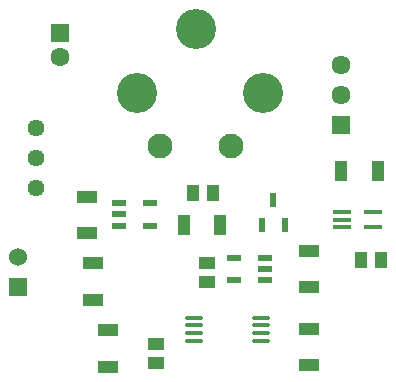
<source format=gbr>
%TF.GenerationSoftware,KiCad,Pcbnew,8.0.5*%
%TF.CreationDate,2025-04-28T09:51:26+02:00*%
%TF.ProjectId,Discharge Controller,44697363-6861-4726-9765-20436f6e7472,rev?*%
%TF.SameCoordinates,Original*%
%TF.FileFunction,Soldermask,Top*%
%TF.FilePolarity,Negative*%
%FSLAX46Y46*%
G04 Gerber Fmt 4.6, Leading zero omitted, Abs format (unit mm)*
G04 Created by KiCad (PCBNEW 8.0.5) date 2025-04-28 09:51:26*
%MOMM*%
%LPD*%
G01*
G04 APERTURE LIST*
G04 Aperture macros list*
%AMRoundRect*
0 Rectangle with rounded corners*
0 $1 Rounding radius*
0 $2 $3 $4 $5 $6 $7 $8 $9 X,Y pos of 4 corners*
0 Add a 4 corners polygon primitive as box body*
4,1,4,$2,$3,$4,$5,$6,$7,$8,$9,$2,$3,0*
0 Add four circle primitives for the rounded corners*
1,1,$1+$1,$2,$3*
1,1,$1+$1,$4,$5*
1,1,$1+$1,$6,$7*
1,1,$1+$1,$8,$9*
0 Add four rect primitives between the rounded corners*
20,1,$1+$1,$2,$3,$4,$5,0*
20,1,$1+$1,$4,$5,$6,$7,0*
20,1,$1+$1,$6,$7,$8,$9,0*
20,1,$1+$1,$8,$9,$2,$3,0*%
G04 Aperture macros list end*
%ADD10R,1.050000X1.800000*%
%ADD11C,2.100000*%
%ADD12C,3.400000*%
%ADD13R,1.470000X1.070000*%
%ADD14RoundRect,0.100000X0.637500X0.100000X-0.637500X0.100000X-0.637500X-0.100000X0.637500X-0.100000X0*%
%ADD15R,1.150000X0.600000*%
%ADD16R,1.800000X1.050000*%
%ADD17R,0.600000X1.300000*%
%ADD18R,1.070000X1.470000*%
%ADD19R,1.610000X1.610000*%
%ADD20C,1.610000*%
%ADD21R,1.530000X1.530000*%
%ADD22C,1.530000*%
%ADD23C,1.440000*%
%ADD24RoundRect,0.100000X-0.650000X-0.100000X0.650000X-0.100000X0.650000X0.100000X-0.650000X0.100000X0*%
%ADD25R,1.600000X1.600000*%
%ADD26C,1.600000*%
G04 APERTURE END LIST*
D10*
%TO.C,R1*%
X183048000Y-67099000D03*
X186148000Y-67099000D03*
%TD*%
D11*
%TO.C,K2*%
X173719500Y-65006500D03*
D12*
X176419500Y-60506500D03*
X170719500Y-55106500D03*
X165719500Y-60506500D03*
D11*
X167719500Y-65006500D03*
%TD*%
D13*
%TO.C,C5*%
X171704000Y-74872000D03*
X171704000Y-76512000D03*
%TD*%
D14*
%TO.C,U3*%
X176260600Y-81502800D03*
X176260600Y-80852800D03*
X176260600Y-80202800D03*
X176260600Y-79552800D03*
X170535600Y-79552800D03*
X170535600Y-80202800D03*
X170535600Y-80852800D03*
X170535600Y-81502800D03*
%TD*%
D15*
%TO.C,G2*%
X176560000Y-76388000D03*
X176560000Y-75438000D03*
X176560000Y-74488000D03*
X173960000Y-74488000D03*
X173960000Y-76388000D03*
%TD*%
D16*
%TO.C,R6*%
X161975800Y-78029400D03*
X161975800Y-74929400D03*
%TD*%
%TO.C,R2*%
X180340000Y-76962000D03*
X180340000Y-73862000D03*
%TD*%
D17*
%TO.C,Q1*%
X176342000Y-71662000D03*
X178242000Y-71662000D03*
X177292000Y-69562000D03*
%TD*%
D18*
%TO.C,C2*%
X186368000Y-74625200D03*
X184728000Y-74625200D03*
%TD*%
D19*
%TO.C,J1*%
X183000000Y-63246000D03*
D20*
X183000000Y-60706000D03*
X183000000Y-58166000D03*
%TD*%
D21*
%TO.C,J3*%
X155702000Y-76962000D03*
D22*
X155702000Y-74422000D03*
%TD*%
D13*
%TO.C,C3*%
X167386000Y-83370000D03*
X167386000Y-81730000D03*
%TD*%
D18*
%TO.C,C4*%
X172140000Y-69000000D03*
X170500000Y-69000000D03*
%TD*%
D15*
%TO.C,G1*%
X164200000Y-69850000D03*
X164200000Y-70800000D03*
X164200000Y-71750000D03*
X166800000Y-71750000D03*
X166800000Y-69850000D03*
%TD*%
D10*
%TO.C,R4*%
X169703732Y-71726311D03*
X172803732Y-71726311D03*
%TD*%
D16*
%TO.C,R5*%
X180314000Y-83592000D03*
X180314000Y-80492000D03*
%TD*%
%TO.C,R7*%
X163322000Y-83693600D03*
X163322000Y-80593600D03*
%TD*%
D23*
%TO.C,U1*%
X157226000Y-68580000D03*
X157226000Y-66040000D03*
X157226000Y-63500000D03*
%TD*%
D16*
%TO.C,R3*%
X161500000Y-69316000D03*
X161500000Y-72416000D03*
%TD*%
D24*
%TO.C,U2*%
X183074000Y-70597000D03*
X183074000Y-71247000D03*
X183074000Y-71897000D03*
X185734000Y-71897000D03*
X185734000Y-70597000D03*
%TD*%
D25*
%TO.C,C1*%
X159258000Y-55432888D03*
D26*
X159258000Y-57432888D03*
%TD*%
M02*

</source>
